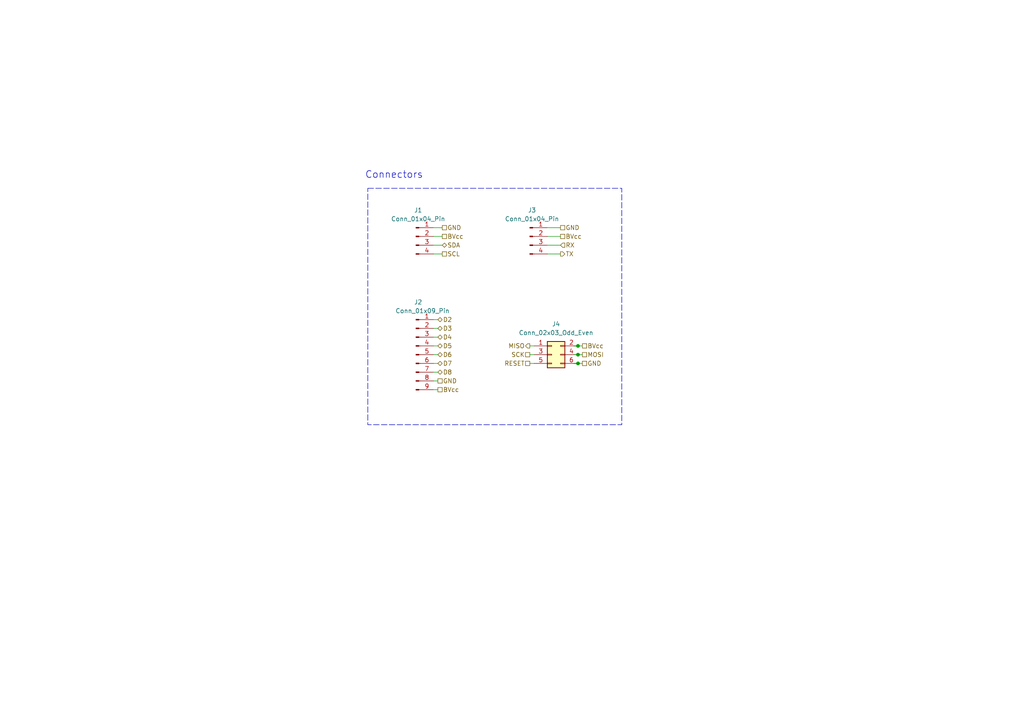
<source format=kicad_sch>
(kicad_sch (version 20231120) (generator "eeschema") (generator_version "8.0")
  (paper "A4")
  (title_block (title "Connectors") (date "2024-09-07") (rev "1") (company "AllOkay Solutions"))
  (lib_symbols
    (symbol "Connector:Conn_01x04_Pin" (pin_names (offset 1.016) hide)
      (property "Reference" "J" (at 0 5.08 0))
      (property "Value" "Conn_01x04_Pin" (at 0 -7.62 0))
      (symbol "Conn_01x04_Pin_1_1"
        (polyline (pts (xy 1.27 -5.08) (xy 0.8636 -5.08)) (stroke (width 0.1524)))
        (polyline (pts (xy 1.27 -2.54) (xy 0.8636 -2.54)) (stroke (width 0.1524)))
        (polyline (pts (xy 1.27 0) (xy 0.8636 0)) (stroke (width 0.1524)))
        (polyline (pts (xy 1.27 2.54) (xy 0.8636 2.54)) (stroke (width 0.1524)))
        (rectangle (start 0.8636 -4.953) (end 0 -5.207) (stroke (width 0.1524)) (fill (type outline)))
        (rectangle (start 0.8636 -2.413) (end 0 -2.667) (stroke (width 0.1524)) (fill (type outline)))
        (rectangle (start 0.8636 0.127) (end 0 -0.127) (stroke (width 0.1524)) (fill (type outline)))
        (rectangle (start 0.8636 2.667) (end 0 2.413) (stroke (width 0.1524)) (fill (type outline)))
        (pin passive line (at 5.08 2.54 180) (length 3.81) (name "Pin_1") (number "1"))
        (pin passive line (at 5.08 0 180) (length 3.81) (name "Pin_2") (number "2"))
        (pin passive line (at 5.08 -2.54 180) (length 3.81) (name "Pin_3") (number "3"))
        (pin passive line (at 5.08 -5.08 180) (length 3.81) (name "Pin_4") (number "4"))
      )
    )
    (symbol "Connector:Conn_01x09_Pin" (pin_names (offset 1.016) hide)
      (property "Reference" "J" (at 0 12.7 0))
      (property "Value" "Conn_01x09_Pin" (at 0 -12.7 0))
      (symbol "Conn_01x09_Pin_1_1"
        (polyline (pts (xy 1.27 -10.16) (xy 0.8636 -10.16)) (stroke (width 0.1524)))
        (polyline (pts (xy 1.27 -7.62) (xy 0.8636 -7.62)) (stroke (width 0.1524)))
        (polyline (pts (xy 1.27 -5.08) (xy 0.8636 -5.08)) (stroke (width 0.1524)))
        (polyline (pts (xy 1.27 -2.54) (xy 0.8636 -2.54)) (stroke (width 0.1524)))
        (polyline (pts (xy 1.27 0) (xy 0.8636 0)) (stroke (width 0.1524)))
        (polyline (pts (xy 1.27 2.54) (xy 0.8636 2.54)) (stroke (width 0.1524)))
        (polyline (pts (xy 1.27 5.08) (xy 0.8636 5.08)) (stroke (width 0.1524)))
        (polyline (pts (xy 1.27 7.62) (xy 0.8636 7.62)) (stroke (width 0.1524)))
        (polyline (pts (xy 1.27 10.16) (xy 0.8636 10.16)) (stroke (width 0.1524)))
        (rectangle (start 0.8636 -10.033) (end 0 -10.287) (stroke (width 0.1524)) (fill (type outline)))
        (rectangle (start 0.8636 -7.493) (end 0 -7.747) (stroke (width 0.1524)) (fill (type outline)))
        (rectangle (start 0.8636 -4.953) (end 0 -5.207) (stroke (width 0.1524)) (fill (type outline)))
        (rectangle (start 0.8636 -2.413) (end 0 -2.667) (stroke (width 0.1524)) (fill (type outline)))
        (rectangle (start 0.8636 0.127) (end 0 -0.127) (stroke (width 0.1524)) (fill (type outline)))
        (rectangle (start 0.8636 2.667) (end 0 2.413) (stroke (width 0.1524)) (fill (type outline)))
        (rectangle (start 0.8636 5.207) (end 0 4.953) (stroke (width 0.1524)) (fill (type outline)))
        (rectangle (start 0.8636 7.747) (end 0 7.493) (stroke (width 0.1524)) (fill (type outline)))
        (rectangle (start 0.8636 10.287) (end 0 10.033) (stroke (width 0.1524)) (fill (type outline)))
        (pin passive line (at 5.08 10.16 180) (length 3.81) (name "Pin_1") (number "1"))
        (pin passive line (at 5.08 7.62 180) (length 3.81) (name "Pin_2") (number "2"))
        (pin passive line (at 5.08 5.08 180) (length 3.81) (name "Pin_3") (number "3"))
        (pin passive line (at 5.08 2.54 180) (length 3.81) (name "Pin_4") (number "4"))
        (pin passive line (at 5.08 0 180) (length 3.81) (name "Pin_5") (number "5"))
        (pin passive line (at 5.08 -2.54 180) (length 3.81) (name "Pin_6") (number "6"))
        (pin passive line (at 5.08 -5.08 180) (length 3.81) (name "Pin_7") (number "7"))
        (pin passive line (at 5.08 -7.62 180) (length 3.81) (name "Pin_8") (number "8"))
        (pin passive line (at 5.08 -10.16 180) (length 3.81) (name "Pin_9") (number "9"))
      )
    )
    (symbol "Connector_Generic:Conn_02x03_Odd_Even" (pin_names (offset 1.016) hide)
      (property "Reference" "J" (at 1.27 5.08 0))
      (property "Value" "Conn_02x03_Odd_Even" (at 1.27 -5.08 0))
      (symbol "Conn_02x03_Odd_Even_1_1"
        (rectangle (start -1.27 -2.413) (end 0 -2.667) (stroke (width 0.1524)))
        (rectangle (start -1.27 0.127) (end 0 -0.127) (stroke (width 0.1524)))
        (rectangle (start -1.27 2.667) (end 0 2.413) (stroke (width 0.1524)))
        (rectangle (start -1.27 3.81) (end 3.81 -3.81) (stroke (width 0.254)) (fill (type background)))
        (rectangle (start 3.81 -2.413) (end 2.54 -2.667) (stroke (width 0.1524)))
        (rectangle (start 3.81 0.127) (end 2.54 -0.127) (stroke (width 0.1524)))
        (rectangle (start 3.81 2.667) (end 2.54 2.413) (stroke (width 0.1524)))
        (pin passive line (at -5.08 2.54 0) (length 3.81) (name "Pin_1") (number "1"))
        (pin passive line (at 7.62 2.54 180) (length 3.81) (name "Pin_2") (number "2"))
        (pin passive line (at -5.08 0 0) (length 3.81) (name "Pin_3") (number "3"))
        (pin passive line (at 7.62 0 180) (length 3.81) (name "Pin_4") (number "4"))
        (pin passive line (at -5.08 -2.54 0) (length 3.81) (name "Pin_5") (number "5"))
        (pin passive line (at 7.62 -2.54 180) (length 3.81) (name "Pin_6") (number "6"))
      )
    )
  )
  (junction (at 167.64 100.33))
  (junction (at 167.64 105.41))
  (junction (at 167.64 102.87))
  (wire (pts (xy 153.67 100.33) (xy 154.94 100.33)))
  (wire (pts (xy 166.37 102.87) (xy 167.64 102.87)))
  (wire (pts (xy 128.27 71.12) (xy 125.73 71.12)))
  (wire (pts (xy 127 110.49) (xy 125.73 110.49)))
  (wire (pts (xy 127 102.87) (xy 125.73 102.87)))
  (wire (pts (xy 127 100.33) (xy 125.73 100.33)))
  (wire (pts (xy 127 95.25) (xy 125.73 95.25)))
  (wire (pts (xy 127 113.03) (xy 125.73 113.03)))
  (wire (pts (xy 167.64 100.33) (xy 168.91 100.33)))
  (wire (pts (xy 128.27 66.04) (xy 125.73 66.04)))
  (wire (pts (xy 166.37 105.41) (xy 167.64 105.41)))
  (wire (pts (xy 127 92.71) (xy 125.73 92.71)))
  (wire (pts (xy 167.64 105.41) (xy 168.91 105.41)))
  (wire (pts (xy 162.56 73.66) (xy 158.75 73.66)))
  (wire (pts (xy 167.64 102.87) (xy 168.91 102.87)))
  (wire (pts (xy 127 107.95) (xy 125.73 107.95)))
  (wire (pts (xy 153.67 105.41) (xy 154.94 105.41)))
  (wire (pts (xy 162.56 66.04) (xy 158.75 66.04)))
  (wire (pts (xy 153.67 102.87) (xy 154.94 102.87)))
  (wire (pts (xy 166.37 100.33) (xy 167.64 100.33)))
  (wire (pts (xy 162.56 68.58) (xy 158.75 68.58)))
  (wire (pts (xy 162.56 71.12) (xy 158.75 71.12)))
  (wire (pts (xy 128.27 73.66) (xy 125.73 73.66)))
  (wire (pts (xy 127 97.79) (xy 125.73 97.79)))
  (wire (pts (xy 128.27 68.58) (xy 125.73 68.58)))
  (wire (pts (xy 127 105.41) (xy 125.73 105.41)))
  (rectangle (start 106.68 54.61) (end 180.34 123.19) (stroke (width 0) (type dash)))
  (text "Connectors" (at 114.3 50.8 0) (effects (font (size 2 2))))
  (hierarchical_label "GND" (shape passive) (at 127 110.49 0))
  (hierarchical_label "RESET" (shape passive) (at 153.67 105.41 180))
  (hierarchical_label "D2" (shape bidirectional) (at 127 92.71 0))
  (hierarchical_label "SCK" (shape passive) (at 153.67 102.87 180))
  (hierarchical_label "BVcc" (shape passive) (at 127 113.03 0))
  (hierarchical_label "D3" (shape bidirectional) (at 127 95.25 0))
  (hierarchical_label "D8" (shape bidirectional) (at 127 107.95 0))
  (hierarchical_label "GND" (shape passive) (at 162.56 66.04 0))
  (hierarchical_label "D4" (shape bidirectional) (at 127 97.79 0))
  (hierarchical_label "RX" (shape input) (at 162.56 71.12 0))
  (hierarchical_label "SCL" (shape passive) (at 128.27 73.66 0))
  (hierarchical_label "D7" (shape bidirectional) (at 127 105.41 0))
  (hierarchical_label "BVcc" (shape passive) (at 128.27 68.58 0))
  (hierarchical_label "BVcc" (shape passive) (at 168.91 100.33 0))
  (hierarchical_label "D6" (shape bidirectional) (at 127 102.87 0))
  (hierarchical_label "GND" (shape passive) (at 168.91 105.41 0))
  (hierarchical_label "GND" (shape passive) (at 128.27 66.04 0))
  (hierarchical_label "D5" (shape bidirectional) (at 127 100.33 0))
  (hierarchical_label "MISO" (shape output) (at 153.67 100.33 180))
  (hierarchical_label "SDA" (shape bidirectional) (at 128.27 71.12 0))
  (hierarchical_label "BVcc" (shape passive) (at 162.56 68.58 0))
  (hierarchical_label "TX" (shape output) (at 162.56 73.66 0))
  (hierarchical_label "MOSI" (shape passive) (at 168.91 102.87 0))
  (symbol (lib_id "Connector:Conn_01x04_Pin") (at 153.67 68.58 0) (unit 1)
    (property "Reference" "J3" (at 154.305 60.96 0))
    (property "Value" "Conn_01x04_Pin" (at 154.305 63.5 0))
    (property "Footprint" "Connector_PinHeader_2.54mm:PinHeader_1x04_P2.54mm_Vertical" (effects (hide yes)))
    (property "Description" "Generic connector, single row, 01x04, script generated" (effects (hide yes)))
  )
  (symbol (lib_id "Connector:Conn_01x09_Pin") (at 120.65 102.87 0) (unit 1)
    (property "Reference" "J2" (at 121.285 87.63 0))
    (property "Value" "Conn_01x09_Pin" (at 122.555 90.17 0))
    (property "Footprint" "Connector_PinHeader_2.54mm:PinHeader_1x09_P2.54mm_Vertical" (effects (hide yes)))
    (property "Description" "Generic connector, single row, 01x09, script generated" (effects (hide yes)))
  )
  (symbol (lib_id "Connector_Generic:Conn_02x03_Odd_Even") (at 160.02 102.87 0) (unit 1)
    (property "Reference" "J4" (at 161.29 93.98 0))
    (property "Value" "Conn_02x03_Odd_Even" (at 161.29 96.52 0))
    (property "Footprint" "Connector_PinHeader_2.54mm:PinHeader_2x03_P2.54mm_Vertical" (effects (hide yes)))
    (property "Description" "Generic connector, double row, 02x03, odd/even pin numbering scheme (row 1 odd numbers, row 2 even numbers), script generated (kicad-library-utils/schlib/autogen/connector/)" (effects (hide yes)))
  )
  (symbol (lib_id "Connector:Conn_01x04_Pin") (at 120.65 68.58 0) (unit 1)
    (property "Reference" "J1" (at 121.285 60.96 0))
    (property "Value" "Conn_01x04_Pin" (at 121.285 63.5 0))
    (property "Footprint" "Connector_PinHeader_2.54mm:PinHeader_1x04_P2.54mm_Vertical" (effects (hide yes)))
    (property "Description" "Generic connector, single row, 01x04, script generated" (effects (hide yes)))
  )
)
</source>
